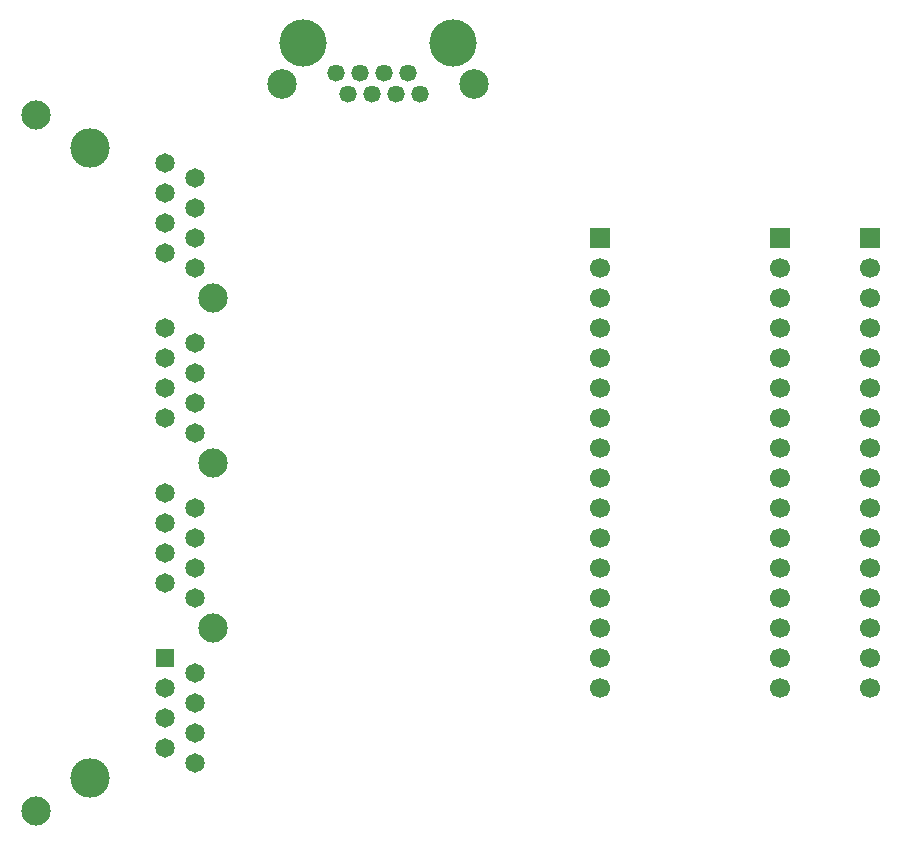
<source format=gbs>
%TF.GenerationSoftware,KiCad,Pcbnew,9.0.4*%
%TF.CreationDate,2025-08-27T19:47:37+02:00*%
%TF.ProjectId,HCP65 32 Pin Tester,48435036-3520-4333-9220-50696e205465,V1*%
%TF.SameCoordinates,Original*%
%TF.FileFunction,Soldermask,Bot*%
%TF.FilePolarity,Negative*%
%FSLAX46Y46*%
G04 Gerber Fmt 4.6, Leading zero omitted, Abs format (unit mm)*
G04 Created by KiCad (PCBNEW 9.0.4) date 2025-08-27 19:47:37*
%MOMM*%
%LPD*%
G01*
G04 APERTURE LIST*
%ADD10C,3.330000*%
%ADD11R,1.650000X1.650000*%
%ADD12C,1.650000*%
%ADD13C,2.475000*%
%ADD14R,1.700000X1.700000*%
%ADD15C,1.700000*%
%ADD16C,4.000000*%
%ADD17C,1.470000*%
%ADD18C,2.500000*%
G04 APERTURE END LIST*
D10*
%TO.C,J1*%
X-6350000Y1270000D03*
X-6350000Y-52070000D03*
D11*
X0Y-41910000D03*
D12*
X2540000Y-43180000D03*
X0Y-44450000D03*
X2540000Y-45720000D03*
X0Y-46989999D03*
X2540000Y-48260000D03*
X0Y-49530000D03*
X2540000Y-50800000D03*
X0Y-27940000D03*
X2540000Y-29210000D03*
X0Y-30479999D03*
X2540000Y-31750000D03*
X0Y-33020000D03*
X2540000Y-34290000D03*
X0Y-35560000D03*
X2540000Y-36830000D03*
X0Y-13970001D03*
X2540000Y-15240000D03*
X0Y-16510000D03*
X2540000Y-17780000D03*
X0Y-19050000D03*
X2540000Y-20320000D03*
X0Y-21590000D03*
X2540000Y-22860000D03*
X0Y0D03*
X2540000Y-1270000D03*
X0Y-2540000D03*
X2540000Y-3810000D03*
X0Y-5080000D03*
X2540000Y-6350000D03*
X0Y-7619999D03*
X2540000Y-8890000D03*
D13*
X-10920000Y4060000D03*
X4060000Y-11430000D03*
X4060000Y-25400001D03*
X4060000Y-39370000D03*
X-10920000Y-54860000D03*
%TD*%
D14*
%TO.C,J8*%
X36830000Y-6350000D03*
D15*
X36830000Y-8890000D03*
X36830000Y-11430000D03*
X36830000Y-13970000D03*
X36830000Y-16510000D03*
X36830000Y-19050000D03*
X36830000Y-21590000D03*
X36830000Y-24130000D03*
X36830000Y-26670000D03*
X36830000Y-29210000D03*
X36830000Y-31750000D03*
X36830000Y-34290000D03*
X36830000Y-36830000D03*
X36830000Y-39370000D03*
X36830000Y-41910000D03*
X36830000Y-44450000D03*
%TD*%
D14*
%TO.C,J3*%
X52070000Y-6350000D03*
D15*
X52070000Y-8890000D03*
X52070000Y-11430000D03*
X52070000Y-13970000D03*
X52070000Y-16510000D03*
X52070000Y-19050000D03*
X52070000Y-21590000D03*
X52070000Y-24130000D03*
X52070000Y-26670000D03*
X52070000Y-29210000D03*
X52070000Y-31750000D03*
X52070000Y-34290000D03*
X52070000Y-36830000D03*
X52070000Y-39370000D03*
X52070000Y-41910000D03*
X52070000Y-44450000D03*
%TD*%
D14*
%TO.C,J9*%
X59690000Y-6350000D03*
D15*
X59690000Y-8890000D03*
X59690000Y-11430000D03*
X59690000Y-13970000D03*
X59690000Y-16510000D03*
X59690000Y-19050000D03*
X59690000Y-21590000D03*
X59690000Y-24130000D03*
X59690000Y-26670000D03*
X59690000Y-29210000D03*
X59690000Y-31750000D03*
X59690000Y-34290000D03*
X59690000Y-36830000D03*
X59690000Y-39370000D03*
X59690000Y-41910000D03*
X59690000Y-44450000D03*
%TD*%
D16*
%TO.C,J2*%
X24380000Y10162000D03*
X11680000Y10162000D03*
D17*
X14450000Y7622000D03*
X15470000Y5842000D03*
X16490000Y7622000D03*
X17510000Y5842000D03*
X18530000Y7622000D03*
X19550000Y5842000D03*
X20570000Y7622000D03*
X21590000Y5842000D03*
D18*
X9900000Y6732000D03*
X26160000Y6732000D03*
%TD*%
M02*

</source>
